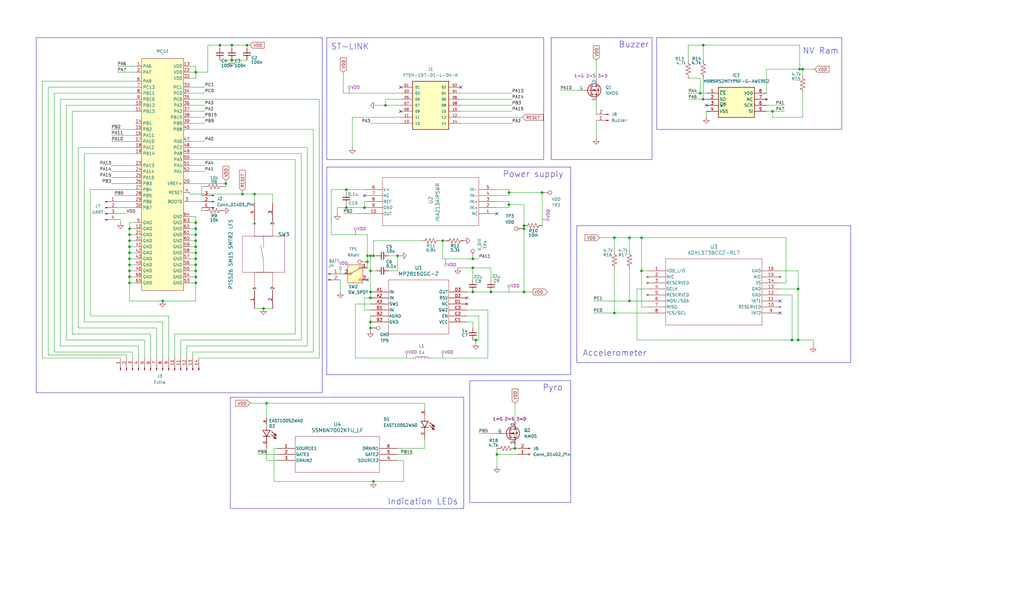
<source format=kicad_sch>
(kicad_sch (version 20250114) (generator "eeschema") (generator_version "9.0")
  (paper "User" 431.8 254)
  (title_block (title "Grenade") (rev "1") (company "Unnayan"))
  (rectangle (start 137.795 70.485) (end 240.665 158.115))
  (rectangle (start 243.205 95.25) (end 358.775 153.035))
  (rectangle (start 97.155 167.64) (end 195.58 214.63))
  (rectangle (start 276.86 15.875) (end 354.965 54.61))
  (rectangle (start 198.12 160.655) (end 240.665 212.09))
  (rectangle (start 232.41 15.875) (end 274.955 67.31))
  (rectangle (start 15.24 15.875) (end 135.89 165.735))
  (rectangle (start 137.795 15.875) (end 229.235 67.31))
  (text "Buzzer\n" (at 267.335 18.923 0) (effects (font (size 2.54 2.54))))
  (text "Power supply\n" (at 224.79 73.66 0) (effects (font (size 2.54 2.54))))
  (text "Accelerometer" (at 259.207 149.098 0) (effects (font (size 2.54 2.54))))
  (text "Pyro" (at 233.045 163.703 0) (effects (font (size 2.54 2.54))))
  (text "ST-LINK" (at 147.574 19.812 0) (effects (font (size 2.54 2.54))))
  (text "Indication LEDs" (at 178.308 211.836 0) (effects (font (size 2.54 2.54))))
  (text "NV Ram" (at 346.075 21.59 0) (effects (font (size 2.54 2.54))))
  (junction (at 111.125 130.175))
  (junction (at 162.56 44.45))
  (junction (at 199.39 109.22))
  (junction (at 153.67 87.63))
  (junction (at 259.08 132.08))
  (junction (at 68.58 127))
  (junction (at 336.55 143.51))
  (junction (at 82.55 96.52))
  (junction (at 270.51 114.3))
  (junction (at 337.185 29.21))
  (junction (at 228.6 81.28))
  (junction (at 334.01 143.51))
  (junction (at 217.17 189.23))
  (junction (at 146.05 87.63))
  (junction (at 325.755 46.99))
  (junction (at 207.01 123.19))
  (junction (at 156.21 123.19))
  (junction (at 82.55 106.68))
  (junction (at 156.21 135.89))
  (junction (at 296.545 19.05))
  (junction (at 54.61 111.76))
  (junction (at 54.61 119.38))
  (junction (at 82.55 101.6))
  (junction (at 200.66 143.51))
  (junction (at 92.71 19.05))
  (junction (at 156.21 125.73))
  (junction (at 102.235 81.915))
  (junction (at 199.39 113.03))
  (junction (at 296.545 41.91))
  (junction (at 82.55 109.22))
  (junction (at 156.21 107.95))
  (junction (at 167.64 107.95))
  (junction (at 157.48 203.2))
  (junction (at 209.55 191.77))
  (junction (at 82.55 99.06))
  (junction (at 54.61 114.3))
  (junction (at 338.455 29.21))
  (junction (at 95.25 77.47))
  (junction (at 220.98 95.25))
  (junction (at 97.79 19.05))
  (junction (at 54.61 96.52))
  (junction (at 156.21 138.43))
  (junction (at 186.69 101.6))
  (junction (at 336.55 121.92))
  (junction (at 154.94 107.95))
  (junction (at 54.61 116.84))
  (junction (at 54.61 101.6))
  (junction (at 220.98 123.19))
  (junction (at 156.21 114.3))
  (junction (at 54.61 109.22))
  (junction (at 154.94 110.49))
  (junction (at 107.315 81.915))
  (junction (at 97.79 25.4))
  (junction (at 82.55 30.48))
  (junction (at 199.39 123.19))
  (junction (at 54.61 99.06))
  (junction (at 104.14 19.05))
  (junction (at 82.55 93.98))
  (junction (at 265.43 127))
  (junction (at 82.55 114.3))
  (junction (at 259.08 100.33))
  (junction (at 82.55 111.76))
  (junction (at 157.48 107.95))
  (junction (at 270.51 100.33))
  (junction (at 220.98 96.52))
  (junction (at 265.43 100.33))
  (junction (at 295.275 39.37))
  (junction (at 82.55 104.14))
  (junction (at 214.63 86.36))
  (junction (at 82.55 116.84))
  (junction (at 146.05 80.01))
  (junction (at 82.55 119.38))
  (junction (at 54.61 106.68))
  (junction (at 54.61 104.14))
  (junction (at 214.63 81.28))
  (junction (at 112.395 170.18))
  (no_connect (at 328.93 132.08))
  (no_connect (at 168.91 46.99))
  (no_connect (at 153.67 82.55))
  (no_connect (at 168.91 36.83))
  (no_connect (at 328.93 127))
  (no_connect (at 194.31 36.83))
  (no_connect (at 297.815 44.45))
  (no_connect (at 154.94 118.11))
  (no_connect (at 196.85 125.73))
  (no_connect (at 209.55 90.17))
  (wire (pts (xy 54.61 109.22) (xy 54.61 111.76)))
  (wire (pts (xy 295.275 39.37) (xy 297.815 39.37)))
  (wire (pts (xy 82.55 99.06) (xy 82.55 101.6)))
  (wire (pts (xy 265.43 100.33) (xy 265.43 106.045)))
  (wire (pts (xy 209.55 82.55) (xy 214.63 82.55)))
  (wire (pts (xy 54.61 119.38) (xy 57.15 119.38)))
  (wire (pts (xy 297.815 46.99) (xy 297.815 49.53)))
  (wire (pts (xy 209.55 87.63) (xy 214.63 87.63)))
  (wire (pts (xy 146.05 80.01) (xy 146.05 81.28)))
  (wire (pts (xy 60.96 143.51) (xy 60.96 151.13)))
  (wire (pts (xy 82.55 111.76) (xy 82.55 114.3)))
  (wire (pts (xy 209.55 85.09) (xy 214.63 85.09)))
  (wire (pts (xy 82.55 119.38) (xy 82.55 127)))
  (wire (pts (xy 156.21 107.95) (xy 156.21 114.3)))
  (wire (pts (xy 46.99 77.47) (xy 57.15 77.47)))
  (wire (pts (xy 95.25 76.2) (xy 95.25 77.47)))
  (wire (pts (xy 251.46 25.4) (xy 251.46 33.02)))
  (wire (pts (xy 80.01 109.22) (xy 82.55 109.22)))
  (wire (pts (xy 194.31 46.99) (xy 215.9 46.99)))
  (wire (pts (xy 199.39 143.51) (xy 200.66 143.51)))
  (wire (pts (xy 194.31 39.37) (xy 215.9 39.37)))
  (wire (pts (xy 92.71 19.05) (xy 97.79 19.05)))
  (wire (pts (xy 270.51 114.3) (xy 270.51 100.33)))
  (wire (pts (xy 30.48 46.99) (xy 57.15 46.99)))
  (wire (pts (xy 124.46 67.31) (xy 124.46 140.97)))
  (wire (pts (xy 115.57 203.2) (xy 157.48 203.2)))
  (wire (pts (xy 53.34 149.86) (xy 53.34 151.13)))
  (wire (pts (xy 149.86 151.13) (xy 173.99 151.13)))
  (wire (pts (xy 265.43 113.665) (xy 265.43 127)))
  (wire (pts (xy 54.61 116.84) (xy 57.15 116.84)))
  (wire (pts (xy 48.26 82.55) (xy 57.15 82.55)))
  (wire (pts (xy 163.83 114.3) (xy 167.64 114.3)))
  (wire (pts (xy 82.55 33.02) (xy 82.55 30.48)))
  (wire (pts (xy 217.17 189.23) (xy 218.44 189.23)))
  (wire (pts (xy 114.935 81.915) (xy 114.935 85.725)))
  (wire (pts (xy 228.6 81.28) (xy 228.6 95.25)))
  (wire (pts (xy 49.53 85.09) (xy 57.15 85.09)))
  (wire (pts (xy 80.01 59.69) (xy 86.36 59.69)))
  (wire (pts (xy 217.17 170.18) (xy 217.17 177.8)))
  (wire (pts (xy 46.99 74.93) (xy 57.15 74.93)))
  (wire (pts (xy 214.63 85.09) (xy 214.63 86.36)))
  (wire (pts (xy 54.61 116.84) (xy 54.61 119.38)))
  (wire (pts (xy 57.15 93.98) (xy 54.61 93.98)))
  (wire (pts (xy 82.55 109.22) (xy 82.55 111.76)))
  (wire (pts (xy 93.98 78.74) (xy 95.25 78.74)))
  (wire (pts (xy 328.93 121.92) (xy 336.55 121.92)))
  (wire (pts (xy 193.04 113.03) (xy 199.39 113.03)))
  (wire (pts (xy 46.99 59.69) (xy 57.15 59.69)))
  (wire (pts (xy 207.01 118.11) (xy 207.01 113.03)))
  (wire (pts (xy 54.61 96.52) (xy 57.15 96.52)))
  (wire (pts (xy 162.56 44.45) (xy 162.56 41.91)))
  (wire (pts (xy 167.64 189.23) (xy 179.07 189.23)))
  (wire (pts (xy 17.78 151.13) (xy 50.8 151.13)))
  (wire (pts (xy 68.58 127) (xy 82.55 127)))
  (wire (pts (xy 158.75 44.45) (xy 162.56 44.45)))
  (wire (pts (xy 209.55 80.01) (xy 214.63 80.01)))
  (wire (pts (xy 342.9 143.51) (xy 342.9 146.05)))
  (wire (pts (xy 112.395 170.18) (xy 112.395 176.53)))
  (wire (pts (xy 146.05 80.01) (xy 153.67 80.01)))
  (wire (pts (xy 323.215 39.37) (xy 323.215 29.21)))
  (wire (pts (xy 331.47 100.33) (xy 331.47 119.38)))
  (wire (pts (xy 46.99 57.15) (xy 57.15 57.15)))
  (wire (pts (xy 80.01 111.76) (xy 82.55 111.76)))
  (wire (pts (xy 194.31 49.53) (xy 220.345 49.53)))
  (wire (pts (xy 290.195 19.05) (xy 290.195 25.4)))
  (wire (pts (xy 127 143.51) (xy 76.2 143.51)))
  (wire (pts (xy 50.8 92.71) (xy 50.8 93.98)))
  (wire (pts (xy 144.78 30.48) (xy 144.78 39.37)))
  (wire (pts (xy 196.85 133.35) (xy 201.93 133.35)))
  (wire (pts (xy 17.78 34.29) (xy 17.78 151.13)))
  (wire (pts (xy 78.74 146.05) (xy 78.74 151.13)))
  (wire (pts (xy 201.93 133.35) (xy 201.93 143.51)))
  (wire (pts (xy 209.55 191.77) (xy 218.44 191.77)))
  (wire (pts (xy 87.63 19.05) (xy 87.63 30.48)))
  (wire (pts (xy 290.195 39.37) (xy 295.275 39.37)))
  (wire (pts (xy 338.455 39.37) (xy 338.455 49.53)))
  (wire (pts (xy 82.55 93.98) (xy 82.55 96.52)))
  (wire (pts (xy 25.4 41.91) (xy 57.15 41.91)))
  (wire (pts (xy 156.21 52.07) (xy 168.91 52.07)))
  (wire (pts (xy 108.585 191.77) (xy 116.84 191.77)))
  (wire (pts (xy 156.21 135.89) (xy 156.21 138.43)))
  (wire (pts (xy 80.01 114.3) (xy 82.55 114.3)))
  (wire (pts (xy 270.51 129.54) (xy 273.05 129.54)))
  (wire (pts (xy 92.71 19.05) (xy 92.71 20.32)))
  (wire (pts (xy 336.55 143.51) (xy 342.9 143.51)))
  (wire (pts (xy 49.53 90.17) (xy 53.34 90.17)))
  (wire (pts (xy 144.78 90.17) (xy 153.67 90.17)))
  (wire (pts (xy 154.94 107.95) (xy 154.94 110.49)))
  (wire (pts (xy 80.01 54.61) (xy 132.08 54.61)))
  (wire (pts (xy 87.63 30.48) (xy 82.55 30.48)))
  (wire (pts (xy 186.69 101.6) (xy 186.69 109.22)))
  (wire (pts (xy 112.395 194.31) (xy 116.84 194.31)))
  (wire (pts (xy 85.09 82.55) (xy 85.09 78.74)))
  (wire (pts (xy 228.6 81.28) (xy 214.63 81.28)))
  (wire (pts (xy 73.66 140.97) (xy 73.66 151.13)))
  (wire (pts (xy 194.31 52.07) (xy 215.9 52.07)))
  (wire (pts (xy 92.71 25.4) (xy 97.79 25.4)))
  (wire (pts (xy 144.78 39.37) (xy 168.91 39.37)))
  (wire (pts (xy 156.21 107.95) (xy 157.48 107.95)))
  (wire (pts (xy 251.46 50.8) (xy 251.46 58.42)))
  (wire (pts (xy 80.01 91.44) (xy 82.55 91.44)))
  (wire (pts (xy 54.61 111.76) (xy 54.61 114.3)))
  (wire (pts (xy 54.61 104.14) (xy 57.15 104.14)))
  (wire (pts (xy 54.61 127) (xy 68.58 127)))
  (wire (pts (xy 154.94 110.49) (xy 154.94 113.03)))
  (wire (pts (xy 334.01 124.46) (xy 334.01 143.51)))
  (wire (pts (xy 112.395 170.18) (xy 179.07 170.18)))
  (wire (pts (xy 80.01 119.38) (xy 82.55 119.38)))
  (wire (pts (xy 209.55 189.23) (xy 209.55 191.77)))
  (wire (pts (xy 236.22 38.1) (xy 243.84 38.1)))
  (wire (pts (xy 334.01 143.51) (xy 336.55 143.51)))
  (wire (pts (xy 54.61 109.22) (xy 57.15 109.22)))
  (wire (pts (xy 80.01 44.45) (xy 86.36 44.45)))
  (wire (pts (xy 336.55 114.3) (xy 336.55 121.92)))
  (wire (pts (xy 49.53 87.63) (xy 57.15 87.63)))
  (wire (pts (xy 107.315 81.915) (xy 107.315 85.725)))
  (wire (pts (xy 186.69 109.22) (xy 199.39 109.22)))
  (wire (pts (xy 209.55 191.77) (xy 209.55 196.85)))
  (wire (pts (xy 139.7 80.01) (xy 146.05 80.01)))
  (wire (pts (xy 38.1 80.01) (xy 38.1 133.35)))
  (wire (pts (xy 57.15 64.77) (xy 35.56 64.77)))
  (wire (pts (xy 259.08 100.33) (xy 265.43 100.33)))
  (wire (pts (xy 81.28 148.59) (xy 81.28 151.13)))
  (wire (pts (xy 46.99 72.39) (xy 57.15 72.39)))
  (wire (pts (xy 296.545 19.05) (xy 290.195 19.05)))
  (wire (pts (xy 200.66 143.51) (xy 200.66 144.78)))
  (wire (pts (xy 54.61 99.06) (xy 57.15 99.06)))
  (wire (pts (xy 111.125 130.175) (xy 114.935 130.175)))
  (wire (pts (xy 146.05 86.36) (xy 146.05 87.63)))
  (wire (pts (xy 153.67 125.73) (xy 156.21 125.73)))
  (wire (pts (xy 49.53 92.71) (xy 50.8 92.71)))
  (wire (pts (xy 80.01 72.39) (xy 86.36 72.39)))
  (wire (pts (xy 199.39 113.03) (xy 199.39 118.11)))
  (wire (pts (xy 85.09 78.74) (xy 86.36 78.74)))
  (wire (pts (xy 331.47 119.38) (xy 328.93 119.38)))
  (wire (pts (xy 80.01 93.98) (xy 82.55 93.98)))
  (wire (pts (xy 54.61 114.3) (xy 57.15 114.3)))
  (wire (pts (xy 82.55 30.48) (xy 80.01 30.48)))
  (wire (pts (xy 55.88 148.59) (xy 22.86 148.59)))
  (wire (pts (xy 185.42 101.6) (xy 186.69 101.6)))
  (wire (pts (xy 85.09 87.63) (xy 85.09 88.9)))
  (wire (pts (xy 273.05 132.08) (xy 259.08 132.08)))
  (wire (pts (xy 82.55 27.94) (xy 82.55 30.48)))
  (wire (pts (xy 252.73 100.33) (xy 259.08 100.33)))
  (wire (pts (xy 129.54 146.05) (xy 78.74 146.05)))
  (wire (pts (xy 80.01 96.52) (xy 82.55 96.52)))
  (wire (pts (xy 157.48 101.6) (xy 177.8 101.6)))
  (wire (pts (xy 80.01 77.47) (xy 95.25 77.47)))
  (wire (pts (xy 338.455 29.21) (xy 343.535 29.21)))
  (wire (pts (xy 49.53 30.48) (xy 57.15 30.48)))
  (wire (pts (xy 143.51 115.57) (xy 144.78 115.57)))
  (wire (pts (xy 156.21 123.19) (xy 156.21 125.73)))
  (wire (pts (xy 167.64 191.77) (xy 173.99 191.77)))
  (wire (pts (xy 127 64.77) (xy 127 143.51)))
  (wire (pts (xy 115.57 189.23) (xy 115.57 203.2)))
  (wire (pts (xy 296.545 41.91) (xy 297.815 41.91)))
  (wire (pts (xy 337.185 19.05) (xy 296.545 19.05)))
  (wire (pts (xy 148.59 49.53) (xy 148.59 62.23)))
  (wire (pts (xy 54.61 119.38) (xy 54.61 127)))
  (wire (pts (xy 200.66 143.51) (xy 201.93 143.51)))
  (wire (pts (xy 220.98 123.19) (xy 224.79 123.19)))
  (wire (pts (xy 268.605 143.51) (xy 334.01 143.51)))
  (wire (pts (xy 116.84 189.23) (xy 115.57 189.23)))
  (wire (pts (xy 337.185 29.21) (xy 337.185 19.05)))
  (wire (pts (xy 295.275 33.02) (xy 295.275 39.37)))
  (wire (pts (xy 104.14 19.05) (xy 104.14 20.32)))
  (wire (pts (xy 250.19 132.08) (xy 259.08 132.08)))
  (wire (pts (xy 33.02 62.23) (xy 33.02 138.43)))
  (wire (pts (xy 214.63 86.36) (xy 220.98 86.36)))
  (wire (pts (xy 20.32 36.83) (xy 20.32 149.86)))
  (wire (pts (xy 146.05 87.63) (xy 153.67 87.63)))
  (wire (pts (xy 38.1 133.35) (xy 71.12 133.35)))
  (wire (pts (xy 199.39 113.03) (xy 207.01 113.03)))
  (wire (pts (xy 80.01 27.94) (xy 82.55 27.94)))
  (wire (pts (xy 57.15 80.01) (xy 38.1 80.01)))
  (wire (pts (xy 54.61 99.06) (xy 54.61 101.6)))
  (wire (pts (xy 325.755 49.53) (xy 325.755 46.99)))
  (wire (pts (xy 63.5 140.97) (xy 63.5 151.13)))
  (wire (pts (xy 142.24 87.63) (xy 146.05 87.63)))
  (wire (pts (xy 338.455 29.21) (xy 338.455 31.75)))
  (wire (pts (xy 194.31 41.91) (xy 215.9 41.91)))
  (wire (pts (xy 80.01 99.06) (xy 82.55 99.06)))
  (wire (pts (xy 49.53 27.94) (xy 57.15 27.94)))
  (wire (pts (xy 54.61 96.52) (xy 54.61 99.06)))
  (wire (pts (xy 80.01 52.07) (xy 86.36 52.07)))
  (wire (pts (xy 80.01 46.99) (xy 86.36 46.99)))
  (wire (pts (xy 207.01 123.19) (xy 220.98 123.19)))
  (wire (pts (xy 27.94 44.45) (xy 57.15 44.45)))
  (wire (pts (xy 201.93 182.88) (xy 209.55 182.88)))
  (wire (pts (xy 153.67 85.09) (xy 153.67 87.63)))
  (wire (pts (xy 102.235 80.645) (xy 102.235 81.915)))
  (wire (pts (xy 80.01 116.84) (xy 82.55 116.84)))
  (wire (pts (xy 214.63 86.36) (xy 214.63 87.63)))
  (wire (pts (xy 168.91 44.45) (xy 162.56 44.45)))
  (wire (pts (xy 270.51 114.3) (xy 270.51 129.54)))
  (wire (pts (xy 181.61 151.13) (xy 205.74 151.13)))
  (wire (pts (xy 54.61 114.3) (xy 54.61 116.84)))
  (wire (pts (xy 54.61 93.98) (xy 54.61 96.52)))
  (wire (pts (xy 156.21 130.81) (xy 153.67 130.81)))
  (wire (pts (xy 170.18 194.31) (xy 167.64 194.31)))
  (wire (pts (xy 214.63 81.28) (xy 214.63 82.55)))
  (wire (pts (xy 76.2 143.51) (xy 76.2 151.13)))
  (wire (pts (xy 107.315 81.915) (xy 114.935 81.915)))
  (wire (pts (xy 179.07 185.42) (xy 179.07 189.23)))
  (wire (pts (xy 337.185 29.21) (xy 338.455 29.21)))
  (wire (pts (xy 205.74 151.13) (xy 205.74 130.81)))
  (wire (pts (xy 217.17 187.96) (xy 217.17 189.23)))
  (wire (pts (xy 54.61 104.14) (xy 54.61 106.68)))
  (wire (pts (xy 104.14 19.05) (xy 105.41 19.05)))
  (wire (pts (xy 80.01 85.09) (xy 85.09 85.09)))
  (wire (pts (xy 54.61 101.6) (xy 57.15 101.6)))
  (wire (pts (xy 54.61 111.76) (xy 57.15 111.76)))
  (wire (pts (xy 27.94 143.51) (xy 60.96 143.51)))
  (wire (pts (xy 139.7 99.06) (xy 154.94 99.06)))
  (wire (pts (xy 46.99 54.61) (xy 57.15 54.61)))
  (wire (pts (xy 194.31 44.45) (xy 215.9 44.45)))
  (wire (pts (xy 196.85 123.19) (xy 199.39 123.19)))
  (wire (pts (xy 250.19 127) (xy 265.43 127)))
  (wire (pts (xy 199.39 123.19) (xy 207.01 123.19)))
  (wire (pts (xy 167.64 114.3) (xy 167.64 107.95)))
  (wire (pts (xy 134.62 151.13) (xy 83.82 151.13)))
  (wire (pts (xy 290.195 33.02) (xy 295.275 33.02)))
  (wire (pts (xy 149.86 128.27) (xy 149.86 151.13)))
  (wire (pts (xy 149.86 128.27) (xy 156.21 128.27)))
  (wire (pts (xy 323.215 29.21) (xy 337.185 29.21)))
  (wire (pts (xy 87.63 19.05) (xy 92.71 19.05)))
  (wire (pts (xy 124.46 140.97) (xy 73.66 140.97)))
  (wire (pts (xy 30.48 46.99) (xy 30.48 140.97)))
  (wire (pts (xy 54.61 106.68) (xy 54.61 109.22)))
  (wire (pts (xy 80.01 62.23) (xy 129.54 62.23)))
  (wire (pts (xy 80.01 36.83) (xy 86.36 36.83)))
  (wire (pts (xy 162.56 41.91) (xy 168.91 41.91)))
  (wire (pts (xy 54.61 101.6) (xy 54.61 104.14)))
  (wire (pts (xy 156.21 135.89) (xy 156.21 133.35)))
  (wire (pts (xy 132.08 54.61) (xy 132.08 148.59)))
  (wire (pts (xy 270.51 100.33) (xy 331.47 100.33)))
  (wire (pts (xy 71.12 133.35) (xy 71.12 151.13)))
  (wire (pts (xy 80.01 101.6) (xy 82.55 101.6)))
  (wire (pts (xy 156.21 138.43) (xy 156.21 139.7)))
  (wire (pts (xy 186.69 101.6) (xy 187.96 101.6)))
  (wire (pts (xy 142.24 87.63) (xy 142.24 90.17)))
  (wire (pts (xy 22.86 39.37) (xy 57.15 39.37)))
  (wire (pts (xy 80.01 81.915) (xy 102.235 81.915)))
  (wire (pts (xy 296.545 19.05) (xy 296.545 25.4)))
  (wire (pts (xy 273.05 127) (xy 265.43 127)))
  (wire (pts (xy 82.55 104.14) (xy 82.55 106.68)))
  (wire (pts (xy 54.61 106.68) (xy 57.15 106.68)))
  (wire (pts (xy 139.7 80.01) (xy 139.7 99.06)))
  (wire (pts (xy 17.78 34.29) (xy 57.15 34.29)))
  (wire (pts (xy 20.32 149.86) (xy 53.34 149.86)))
  (wire (pts (xy 82.55 114.3) (xy 82.55 116.84)))
  (wire (pts (xy 134.62 41.91) (xy 134.62 151.13)))
  (wire (pts (xy 97.79 19.05) (xy 97.79 20.32)))
  (wire (pts (xy 157.48 107.95) (xy 157.48 101.6)))
  (wire (pts (xy 82.55 91.44) (xy 82.55 93.98)))
  (wire (pts (xy 220.98 123.19) (xy 220.98 96.52)))
  (wire (pts (xy 179.07 170.18) (xy 179.07 172.72)))
  (wire (pts (xy 95.25 77.47) (xy 95.25 78.74)))
  (wire (pts (xy 80.01 41.91) (xy 134.62 41.91)))
  (wire (pts (xy 163.83 107.95) (xy 167.64 107.95)))
  (wire (pts (xy 25.4 41.91) (xy 25.4 146.05)))
  (wire (pts (xy 268.605 121.92) (xy 268.605 143.51)))
  (wire (pts (xy 196.85 135.89) (xy 199.39 135.89)))
  (wire (pts (xy 323.215 46.99) (xy 325.755 46.99)))
  (wire (pts (xy 107.315 130.175) (xy 111.125 130.175)))
  (wire (pts (xy 80.01 33.02) (xy 82.55 33.02)))
  (wire (pts (xy 325.755 46.99) (xy 330.835 46.99)))
  (wire (pts (xy 323.215 44.45) (xy 330.835 44.45)))
  (wire (pts (xy 80.01 69.85) (xy 86.36 69.85)))
  (wire (pts (xy 80.01 81.915) (xy 80.01 81.28)))
  (wire (pts (xy 80.01 64.77) (xy 127 64.77)))
  (wire (pts (xy 82.55 96.52) (xy 82.55 99.06)))
  (wire (pts (xy 156.21 114.3) (xy 156.21 123.19)))
  (wire (pts (xy 97.79 25.4) (xy 104.14 25.4)))
  (wire (pts (xy 251.46 43.18) (xy 251.46 48.26)))
  (wire (pts (xy 156.21 114.3) (xy 158.75 114.3)))
  (wire (pts (xy 199.39 135.89) (xy 199.39 138.43)))
  (wire (pts (xy 57.15 62.23) (xy 33.02 62.23)))
  (wire (pts (xy 55.88 151.13) (xy 55.88 148.59)))
  (wire (pts (xy 82.55 106.68) (xy 82.55 109.22)))
  (wire (pts (xy 35.56 135.89) (xy 68.58 135.89)))
  (wire (pts (xy 273.05 121.92) (xy 268.605 121.92)))
  (wire (pts (xy 80.01 67.31) (xy 124.46 67.31)))
  (wire (pts (xy 80.01 104.14) (xy 82.55 104.14)))
  (wire (pts (xy 22.86 148.59) (xy 22.86 39.37)))
  (wire (pts (xy 259.08 100.33) (xy 259.08 106.045)))
  (wire (pts (xy 265.43 100.33) (xy 270.51 100.33)))
  (wire (pts (xy 214.63 80.01) (xy 214.63 81.28)))
  (wire (pts (xy 20.32 36.83) (xy 57.15 36.83)))
  (wire (pts (xy 220.98 96.52) (xy 220.98 95.25)))
  (wire (pts (xy 129.54 62.23) (xy 129.54 146.05)))
  (wire (pts (xy 102.235 81.915) (xy 107.315 81.915)))
  (wire (pts (xy 273.05 114.3) (xy 270.51 114.3)))
  (wire (pts (xy 66.04 138.43) (xy 66.04 151.13)))
  (wire (pts (xy 112.395 189.23) (xy 112.395 194.31)))
  (wire (pts (xy 170.18 203.2) (xy 170.18 194.31)))
  (wire (pts (xy 97.79 19.05) (xy 104.14 19.05)))
  (wire (pts (xy 154.94 107.95) (xy 156.21 107.95)))
  (wire (pts (xy 30.48 140.97) (xy 63.5 140.97)))
  (wire (pts (xy 80.01 39.37) (xy 86.36 39.37)))
  (wire (pts (xy 82.55 101.6) (xy 82.55 104.14)))
  (wire (pts (xy 338.455 49.53) (xy 325.755 49.53)))
  (wire (pts (xy 154.94 99.06) (xy 154.94 107.95)))
  (wire (pts (xy 80.01 106.68) (xy 82.55 106.68)))
  (wire (pts (xy 290.195 41.91) (xy 296.545 41.91)))
  (wire (pts (xy 328.93 114.3) (xy 336.55 114.3)))
  (wire (pts (xy 82.55 116.84) (xy 82.55 119.38)))
  (wire (pts (xy 220.98 86.36) (xy 220.98 95.25)))
  (wire (pts (xy 196.85 130.81) (xy 205.74 130.81)))
  (wire (pts (xy 328.93 124.46) (xy 334.01 124.46)))
  (wire (pts (xy 27.94 44.45) (xy 27.94 143.51)))
  (wire (pts (xy 46.99 69.85) (xy 57.15 69.85)))
  (wire (pts (xy 143.51 118.11) (xy 143.51 123.19)))
  (wire (pts (xy 25.4 146.05) (xy 58.42 146.05)))
  (wire (pts (xy 296.545 33.02) (xy 296.545 41.91)))
  (wire (pts (xy 259.08 113.665) (xy 259.08 132.08)))
  (wire (pts (xy 85.09 88.9) (xy 86.36 88.9)))
  (wire (pts (xy 199.39 109.22) (xy 201.93 109.22)))
  (wire (pts (xy 68.58 135.89) (xy 68.58 151.13)))
  (wire (pts (xy 153.67 130.81) (xy 153.67 125.73)))
  (wire (pts (xy 157.48 107.95) (xy 158.75 107.95)))
  (wire (pts (xy 132.08 148.59) (xy 81.28 148.59)))
  (wire (pts (xy 35.56 64.77) (xy 35.56 135.89)))
  (wire (pts (xy 105.41 170.18) (xy 112.395 170.18)))
  (wire (pts (xy 167.64 107.95) (xy 168.91 107.95)))
  (wire (pts (xy 336.55 121.92) (xy 336.55 143.51)))
  (wire (pts (xy 33.02 138.43) (xy 66.04 138.43)))
  (wire (pts (xy 80.01 49.53) (xy 86.36 49.53)))
  (wire (pts (xy 157.48 203.2) (xy 170.18 203.2)))
  (wire (pts (xy 168.91 49.53) (xy 148.59 49.53)))
  (wire (pts (xy 58.42 146.05) (xy 58.42 151.13)))
  (label "PA11" (at 201.93 109.22 0))
  (label "PA3" (at 86.36 44.45 0))
  (label "PC1" (at 86.36 36.83 0))
  (label "PB3" (at 46.99 77.47 180))
  (label "PA2" (at 86.36 46.99 0))
  (label "PB15" (at 86.36 49.53 0))
  (label "PA7" (at 49.53 30.48 0))
  (label "PA4" (at 86.36 69.85 0))
  (label "PA2" (at 215.9 52.07 0))
  (label "PA1" (at 86.36 72.39 0))
  (label "PA14" (at 46.99 72.39 180))
  (label "PB5" (at 48.26 82.55 0))
  (label "PB9" (at 86.36 52.07 0))
  (label "PA15" (at 215.9 46.99 0))
  (label "PA10" (at 236.22 38.1 0))
  (label "PA13" (at 215.9 39.37 0))
  (label "PA6" (at 290.195 41.91 0))
  (label "PA14" (at 215.9 41.91 0))
  (label "PA7" (at 330.835 46.99 180))
  (label "PC0" (at 250.19 132.08 0))
  (label "VDD" (at 53.34 90.17 0))
  (label "PC0" (at 86.36 39.37 0))
  (label "PA3" (at 156.21 52.07 180))
  (label "PA15" (at 46.99 74.93 180))
  (label "PB5" (at 201.93 182.88 0))
  (label "PB9" (at 108.585 191.77 0))
  (label "PA6" (at 49.53 27.94 0))
  (label "PA13" (at 46.99 69.85 180))
  (label "PA0" (at 86.36 59.69 0))
  (label "PB2" (at 144.78 90.17 0))
  (label "PA4" (at 290.195 39.37 0))
  (label "PA10" (at 46.99 59.69 0))
  (label "PB2" (at 46.99 54.61 0))
  (label "PB3" (at 215.9 44.45 0))
  (label "PA11" (at 46.99 57.15 0))
  (label "PC1" (at 250.19 127 0))
  (label "PB15" (at 168.91 191.77 0))
  (label "PA1" (at 330.835 44.45 180))
  (global_label "VDD" (shape input) (at 252.73 100.33 180) (property "Intersheetrefs" "${INTERSHEET_REFS}" (effects (hide yes))))
  (global_label "VDD" (shape input) (at 144.78 30.48 90) (property "Intersheetrefs" "${INTERSHEET_REFS}" (effects (hide yes))))
  (global_label "VDD" (shape input) (at 105.41 19.05 0) (property "Intersheetrefs" "${INTERSHEET_REFS}" (effects (hide yes))))
  (global_label "VDD" (shape output) (at 224.79 123.19 0) (property "Intersheetrefs" "${INTERSHEET_REFS}" (effects (hide yes))))
  (global_label "VDD" (shape input) (at 343.535 29.21 0) (property "Intersheetrefs" "${INTERSHEET_REFS}" (effects (hide yes))))
  (global_label "RESET'" (shape input) (at 220.345 49.53 0) (property "Intersheetrefs" "${INTERSHEET_REFS}" (effects (hide yes))))
  (global_label "RESET'" (shape input) (at 102.235 80.645 90) (property "Intersheetrefs" "${INTERSHEET_REFS}" (effects (hide yes))))
  (global_label "VDD" (shape input) (at 105.41 170.18 180) (property "Intersheetrefs" "${INTERSHEET_REFS}" (effects (hide yes))))
  (global_label "VDD" (shape input) (at 251.46 25.4 90) (property "Intersheetrefs" "${INTERSHEET_REFS}" (effects (hide yes))))
  (global_label "VDD" (shape input) (at 217.17 170.18 90) (property "Intersheetrefs" "${INTERSHEET_REFS}" (effects (hide yes))))
  (global_label "VDD" (shape input) (at 95.25 76.2 90) (property "Intersheetrefs" "${INTERSHEET_REFS}" (effects (hide yes))))
  (netclass_flag "" (length 2.54) (shape round) (at 228.6 92.71 270) (property "Netclass" "VDD" (at 231.14 92.0115 90) (effects (justify left))))
  (netclass_flag "" (length 2.54) (shape round) (at 186.69 151.13 0) (property "Netclass" "VDD" (at 187.3885 148.59 0) (effects (justify left))))
  (netclass_flag "" (length 2.54) (shape round) (at 214.63 123.19 0) (property "Netclass" "VDD" (at 215.3285 120.65 0) (effects (justify left))))
  (netclass_flag "" (length 2.54) (shape round) (at 171.45 151.13 0) (property "Netclass" "VDD" (at 172.1485 148.59 0) (effects (justify left))))
  (netclass_flag "" (length 2.54) (shape round) (at 143.51 115.57 0) (property "Netclass" "VDD" (at 142.9385 111.125 0) (effects (justify left))))
  (netclass_flag "" (length 2.54) (shape round) (at 147.32 39.37 0) (property "Netclass" "VDD" (at 148.0185 36.83 0) (effects (justify left))))
  (netclass_flag "" (length 2.54) (shape round) (at 149.86 99.06 0) (property "Netclass" "VDD" (at 150.5585 96.52 0) (effects (justify left))))
  (netclass_flag "" (length 2.54) (shape round) (at 187.96 109.22 180) (property "Netclass" "VDD" (at 188.6585 111.76 0) (effects (justify left))))
  (symbol (lib_id "Grenade:INA213AIRSWR") (at 209.55 90.17 180) (unit 1)
    (property "Reference" "U2" (at 181.6101 82.804 90) (effects (font (size 1.524 1.524)) (justify left)))
    (property "Value" "INA213AIRSWR" (at 184.5311 77.089 90) (effects (font (size 1.524 1.524)) (justify left)))
    (property "Footprint" "footprints:INA213" (effects (hide yes)))
    (property "Datasheet" "https://www.ti.com/lit/gpn/ina213" (effects (hide yes)))
  )
  (symbol (lib_id "Connector:Conn_01x03_Pin") (at 90.17 85.09 180) (unit 1)
    (property "Reference" "J2" (at 91.44 83.8199 0) (effects (justify right)))
    (property "Value" "Conn_01x03_Pin" (at 91.44 86.3599 0) (effects (justify right)))
    (property "Footprint" "Connector_PinHeader_1.27mm:PinHeader_1x03_P1.27mm_Vertical" (effects (hide yes)))
    (property "Description" "Generic connector, single row, 01x03, script generated" (effects (hide yes)))
  )
  (symbol (lib_id "Grenade:MB85RS2MTYPNF-G-AWERE2") (at 297.815 39.37 0) (unit 1)
    (property "Reference" "IC1" (at 310.515 31.75 0))
    (property "Value" "MB85RS2MTYPNF-G-AWERE2" (at 310.515 34.29 0))
    (property "Footprint" "footprints:SOIC127P600X175-8N" (effects (hide yes)))
    (property "Description" "F-RAM 2Mbit FRAM, SPI, 1.8 3.6V - SOP8 T&R (125?)" (effects (hide yes)))
    (property "Height" "1.75" (effects (hide yes)))
    (property "Mouser Part Number" "N/A" (effects (hide yes)))
    (property "Mouser Price/Stock" "https://www.mouser.co.uk/ProductDetail/Fujitsu/MB85RS2MTYPNF-G-AWERE2?qs=e8oIoAS2J1SkzwyV8fcr%252BA%3D%3D" (effects (hide yes)))
    (property "Manufacturer_Name" "Ramxeed" (effects (hide yes)))
    (property "Manufacturer_Part_Number" "MB85RS2MTYPNF-G-AWERE2" (effects (hide yes)))
  )
  (symbol (lib_id "power:GND") (at 195.58 101.6 90) (unit 1)
    (property "Reference" "#PWR015" (effects (hide yes)))
    (property "Value" "GND" (effects (hide yes)))
    (property "Description" "Power symbol creates a global label with name \"GND\" , ground" (effects (hide yes)))
  )
  (symbol (lib_id "power:GND") (at 209.55 196.85 0) (unit 1)
    (property "Reference" "#PWR018" (effects (hide yes)))
    (property "Value" "GND" (effects (hide yes)))
    (property "Description" "Power symbol creates a global label with name \"GND\" , ground" (effects (hide yes)))
  )
  (symbol (lib_id "Connector:Conn_01x02_Pin") (at 138.43 115.57 0) (unit 1)
    (property "Reference" "J4" (at 139.7 112.014 0))
    (property "Value" "BATT" (at 140.843 110.236 0))
    (property "Footprint" "Connector_JST:JST_SH_BM02B-SRSS-TB_1x02-1MP_P1.00mm_Vertical" (effects (hide yes)))
    (property "Description" "Generic connector, single row, 01x02, script generated" (effects (hide yes)))
  )
  (symbol (lib_id "Device:C_Small") (at 104.14 22.86 180) (unit 1)
    (property "Reference" "C2" (at 105.918 24.3775 0) (effects (justify right)))
    (property "Value" "100n" (at 105.791 26.2825 0) (effects (justify right)))
    (property "Footprint" "Capacitor_SMD:C_0201_0603Metric" (effects (hide yes)))
    (property "Description" "Unpolarized capacitor, small symbol" (effects (hide yes)))
  )
  (symbol (lib_id "Device:C_Small") (at 146.05 83.82 0) (unit 1)
    (property "Reference" "C10" (at 148.971 85.7313 0))
    (property "Value" "0.1u" (at 148.844 81.9213 0))
    (property "Footprint" "Capacitor_SMD:C_0201_0603Metric" (effects (hide yes)))
    (property "Description" "Unpolarized capacitor, small symbol" (effects (hide yes)))
  )
  (symbol (lib_id "Simulation_SPICE:NMOS") (at 248.92 38.1 0) (unit 1)
    (property "Reference" "Q1" (at 255.27 36.8299 0) (effects (justify left)))
    (property "Value" "NMOS" (at 255.27 39.3699 0) (effects (justify left)))
    (property "Footprint" "Package_TO_SOT_SMD:SOT-23" (effects (hide yes)))
    (property "Datasheet" "https://ngspice.sourceforge.io/docs/ngspice-html-manual/manual.xhtml#cha_MOSFETs" (effects (hide yes)))
    (property "Description" "N-MOSFET transistor, drain/source/gate" (effects (hide yes)))
    (property "Sim.Device" "NMOS" (effects (hide yes)))
    (property "Sim.Type" "VDMOS" (effects (hide yes)))
    (property "Sim.Pins" "1=G 2=S 3=D" (at 249.174 32.004 0))
  )
  (symbol (lib_id "Grenade:FTSH-107-01-L-DV-K") (at 181.61 44.45 0) (unit 1)
    (property "Reference" "J1" (at 181.61 29.21 0))
    (property "Value" "FTSH-107-01-L-DV-K" (at 181.61 31.75 0))
    (property "Footprint" "footprints:SAMTEC_FTSH-107-01-L-DV-K" (effects (hide yes)))
    (property "PARTREV" "R" (effects (hide yes)))
    (property "MANUFACTURER" "Samtec" (effects (hide yes)))
    (property "STANDARD" "Manufacturer Recommendations" (effects (hide yes)))
  )
  (symbol (lib_id "power:GND") (at 143.51 123.19 0) (unit 1)
    (property "Reference" "#PWR09" (effects (hide yes)))
    (property "Value" "GND" (effects (hide yes)))
    (property "Description" "Power symbol creates a global label with name \"GND\" , ground" (effects (hide yes)))
  )
  (symbol (lib_id "Device:R_US") (at 265.43 109.855 180) (unit 1)
    (property "Reference" "R17" (at 262.636 107.569 0))
    (property "Value" "4.7k" (at 262.763 105.664 0))
    (property "Footprint" "Resistor_SMD:R_0201_0603Metric" (effects (hide yes)))
    (property "Description" "Resistor, US symbol" (effects (hide yes)))
  )
  (symbol (lib_id "Device:R_US") (at 290.195 29.21 180) (unit 1)
    (property "Reference" "R13" (at 286.5755 24.8285 0))
    (property "Value" "4.7k" (at 287.2105 26.6065 0))
    (property "Footprint" "Resistor_SMD:R_0201_0603Metric" (effects (hide yes)))
    (property "Description" "Resistor, US symbol" (effects (hide yes)))
  )
  (symbol (lib_id "Connector:Conn_01x02_Pin") (at 256.54 50.8 180) (unit 1)
    (property "Reference" "J8" (at 257.81 48.2599 0) (effects (justify right)))
    (property "Value" "Buzzer" (at 257.81 50.7999 0) (effects (justify right)))
    (property "Footprint" "Connector_PinHeader_1.27mm:PinHeader_1x02_P1.27mm_Vertical" (effects (hide yes)))
    (property "Description" "Generic connector, single row, 01x02, script generated" (effects (hide yes)))
  )
  (symbol (lib_id "power:GND") (at 157.48 203.2 0) (unit 1)
    (property "Reference" "#PWR019" (effects (hide yes)))
    (property "Value" "GND" (effects (hide yes)))
    (property "Description" "Power symbol creates a global label with name \"GND\" , ground" (effects (hide yes)))
  )
  (symbol (lib_id "Grenade:ADXL373BCCZ-RL7") (at 273.05 114.3 0) (unit 1)
    (property "Reference" "U3" (at 300.99 104.14 0) (effects (font (size 1.524 1.524))))
    (property "Value" "ADXL373BCCZ-RL7" (at 300.99 106.68 0) (effects (font (size 1.524 1.524))))
    (property "Footprint" "footprints:ADXL373" (effects (hide yes)))
    (property "Datasheet" "https://www.analog.com/media/en/technical-documentation/data-sheets/adxl373.pdf" (effects (hide yes)))
  )
  (symbol (lib_id "Connector:Conn_01x14_Pin") (at 66.04 156.21 90) (unit 1)
    (property "Reference" "J3" (at 67.31 158.75 90))
    (property "Value" "Extra" (at 67.31 161.29 90))
    (property "Footprint" "Connector_PinHeader_1.27mm:PinHeader_2x07_P1.27mm_Vertical_SMD" (effects (hide yes)))
    (property "Description" "Generic connector, single row, 01x14, script generated" (effects (hide yes)))
  )
  (symbol (lib_id "Switch:SW_SPDT") (at 149.86 115.57 0) (unit 1)
    (property "Reference" "SW2" (at 146.8755 120.9674 0) (effects (justify left)))
    (property "Value" "SW_SPDT" (at 146.7485 123.3804 0) (effects (justify left)))
    (property "Footprint" "footprints:switch" (effects (hide yes)))
    (property "Description" "Switch, single pole double throw" (effects (hide yes)))
  )
  (symbol (lib_id "Device:C_Small") (at 92.71 22.86 180) (unit 1)
    (property "Reference" "C4" (at 93.218 25.6475 0) (effects (justify right)))
    (property "Value" "100n" (at 93.091 27.6795 0) (effects (justify right)))
    (property "Footprint" "Capacitor_SMD:C_0201_0603Metric" (effects (hide yes)))
    (property "Description" "Unpolarized capacitor, small symbol" (effects (hide yes)))
  )
  (symbol (lib_id "power:GND") (at 193.04 113.03 0) (unit 1)
    (property "Reference" "#PWR013" (effects (hide yes)))
    (property "Value" "GND" (effects (hide yes)))
    (property "Description" "Power symbol creates a global label with name \"GND\" , ground" (effects (hide yes)))
  )
  (symbol (lib_id "Device:R_US") (at 181.61 101.6 270) (unit 1)
    (property "Reference" "R11" (at 181.737 103.759 90))
    (property "Value" "6.8k" (at 181.737 105.537 90))
    (property "Footprint" "Resistor_SMD:R_01005_0402Metric" (effects (hide yes)))
    (property "Description" "Resistor, US symbol" (effects (hide yes)))
  )
  (symbol (lib_id "Device:R_US") (at 90.17 78.74 270) (unit 1)
    (property "Reference" "R8" (at 90.297 76.708 90))
    (property "Value" "10k" (at 90.297 75.057 90))
    (property "Footprint" "Resistor_SMD:R_0201_0603Metric" (effects (hide yes)))
    (property "Description" "Resistor, US symbol" (effects (hide yes)))
  )
  (symbol (lib_id "Simulation_SPICE:NMOS") (at 214.63 182.88 0) (unit 1)
    (property "Reference" "Q2" (at 220.98 181.6099 0) (effects (justify left)))
    (property "Value" "NMOS" (at 220.98 184.1499 0) (effects (justify left)))
    (property "Footprint" "Package_TO_SOT_SMD:SOT-23" (effects (hide yes)))
    (property "Datasheet" "https://ngspice.sourceforge.io/docs/ngspice-html-manual/manual.xhtml#cha_MOSFETs" (effects (hide yes)))
    (property "Description" "N-MOSFET transistor, drain/source/gate" (effects (hide yes)))
    (property "Sim.Device" "NMOS" (effects (hide yes)))
    (property "Sim.Type" "VDMOS" (effects (hide yes)))
    (property "Sim.Pins" "1=G 2=S 3=D" (at 214.884 176.784 0))
  )
  (symbol (lib_id "Connector:Conn_01x02_Pin") (at 223.52 191.77 180) (unit 1)
    (property "Reference" "J6" (at 224.79 189.2299 0) (effects (justify right)))
    (property "Value" "Conn_01x02_Pin" (at 224.79 191.7699 0) (effects (justify right)))
    (property "Footprint" "Connector_PinHeader_1.27mm:PinHeader_1x02_P1.27mm_Vertical" (effects (hide yes)))
    (property "Description" "Generic connector, single row, 01x02, script generated" (effects (hide yes)))
  )
  (symbol (lib_id "power:GND") (at 156.21 139.7 0) (unit 1)
    (property "Reference" "#PWR011" (effects (hide yes)))
    (property "Value" "GND" (effects (hide yes)))
    (property "Description" "Power symbol creates a global label with name \"GND\" , ground" (effects (hide yes)))
  )
  (symbol (lib_id "power:GND") (at 148.59 62.23 0) (unit 1)
    (property "Reference" "#PWR03" (effects (hide yes)))
    (property "Value" "GND" (effects (hide yes)))
    (property "Description" "Power symbol creates a global label with name \"GND\" , ground" (effects (hide yes)))
  )
  (symbol (lib_id "Device:R_US") (at 90.17 88.9 270) (unit 1)
    (property "Reference" "R9" (at 90.297 91.059 90))
    (property "Value" "10k" (at 90.297 92.837 90))
    (property "Footprint" "Resistor_SMD:R_0201_0603Metric" (effects (hide yes)))
    (property "Description" "Resistor, US symbol" (effects (hide yes)))
  )
  (symbol (lib_id "Connector:TestPoint") (at 156.21 138.43 270) (unit 1)
    (property "Reference" "TP5" (at 162.179 143.764 90))
    (property "Value" "GND" (at 162.179 141.224 90))
    (property "Footprint" "TestPoint:TestPoint_THTPad_D1.5mm_Drill0.7mm" (effects (hide yes)))
    (property "Description" "test point" (effects (hide yes)))
  )
  (symbol (lib_id "Grenade:MAMWLE-02") (at 68.58 73.66 0) (unit 1)
    (property "Reference" "MCU1" (at 68.58 21.59 0))
    (property "Value" "~" (at 68.58 22.86 0))
    (property "Footprint" "footprints:MAMWLE" (effects (hide yes)))
  )
  (symbol (lib_id "Grenade:PTS526_SM15_SMTR2_LFS") (at 107.315 147.955 90) (unit 1)
    (property "Reference" "SW3" (at 117.221 98.9329 90) (effects (font (size 1.524 1.524)) (justify right)))
    (property "Value" "PTS526 SM15 SMTR2 LFS" (at 97.282 92.4559 0) (effects (font (size 1.524 1.524)) (justify right)))
    (property "Footprint" "footprints:SON4_PTS526 SM15 SMTR2 LFS_CNK" (effects (hide yes)))
    (property "Datasheet" "PTS526 SM15 SMTR2 LFS" (effects (hide yes)))
  )
  (symbol (lib_id "Grenade:EAST10052WA0") (at 112.395 184.15 270) (unit 1)
    (property "Reference" "D2" (at 113.411 179.8573 90) (effects (justify left)))
    (property "Value" "EAST10052WA0" (at 113.411 177.5713 90) (effects (justify left)))
    (property "Footprint" "footprints:LEDC1005X25N" (effects (hide yes)))
    (property "PARTREV" "3" (effects (hide yes)))
    (property "STANDARD" "IPC-7351B" (effects (hide yes)))
    (property "MANUFACTURER" "Everlight" (effects (hide yes)))
  )
  (symbol (lib_id "Device:C_Small") (at 207.01 120.65 180) (unit 1)
    (property "Reference" "C9" (at 209.3532 118.5545 0))
    (property "Value" "22u" (at 209.2262 116.6495 0))
    (property "Footprint" "Capacitor_SMD:C_0402_1005Metric" (effects (hide yes)))
    (property "Description" "Unpolarized capacitor, small symbol" (effects (hide yes)))
  )
  (symbol (lib_id "Device:C_Small") (at 97.79 22.86 180) (unit 1)
    (property "Reference" "C3" (at 98.806 25.6475 0) (effects (justify right)))
    (property "Value" "100n" (at 98.806 27.6795 0) (effects (justify right)))
    (property "Footprint" "Capacitor_SMD:C_0201_0603Metric" (effects (hide yes)))
    (property "Description" "Unpolarized capacitor, small symbol" (effects (hide yes)))
  )
  (symbol (lib_id "Connector:TestPoint") (at 228.6 81.28 270) (unit 1)
    (property "Reference" "TP2" (at 234.569 86.614 90))
    (property "Value" "VDD" (at 234.569 84.074 90))
    (property "Footprint" "TestPoint:TestPoint_Pad_D1.5mm" (effects (hide yes)))
    (property "Description" "test point" (effects (hide yes)))
  )
  (symbol (lib_id "power:GND") (at 97.79 25.4 0) (unit 1)
    (property "Reference" "#PWR04" (effects (hide yes)))
    (property "Value" "GND" (effects (hide yes)))
    (property "Description" "Power symbol creates a global label with name \"GND\" , ground" (effects (hide yes)))
  )
  (symbol (lib_id "Connector:TestPoint") (at 199.39 109.22 0) (unit 1)
    (property "Reference" "TP4" (at 204.724 103.251 90))
    (property "Value" "V_DIV" (at 202.184 103.251 90))
    (property "Footprint" "TestPoint:TestPoint_Pad_D1.5mm" (effects (hide yes)))
    (property "Description" "test point" (effects (hide yes)))
  )
  (symbol (lib_id "Device:R_US") (at 259.08 109.855 180) (unit 1)
    (property "Reference" "R16" (at 256.286 107.569 0))
    (property "Value" "4.7k" (at 256.413 105.664 0))
    (property "Footprint" "Resistor_SMD:R_0201_0603Metric" (effects (hide yes)))
    (property "Description" "Resistor, US symbol" (effects (hide yes)))
  )
  (symbol (lib_id "Device:L") (at 177.8 151.13 90) (unit 1)
    (property "Reference" "L1" (at 177.8 146.05 90))
    (property "Value" "1u" (at 177.8 148.59 90))
    (property "Footprint" "Inductor_SMD:L_0805_2012Metric" (effects (hide yes)))
    (property "Description" "Inductor" (effects (hide yes)))
  )
  (symbol (lib_id "Device:C_Small") (at 161.29 114.3 90) (unit 1)
    (property "Reference" "C6" (at 164.0903 110.49 90))
    (property "Value" "0.1u" (at 164.9793 112.268 90))
    (property "Footprint" "Capacitor_SMD:C_0201_0603Metric" (effects (hide yes)))
    (property "Description" "Unpolarized capacitor, small symbol" (effects (hide yes)))
  )
  (symbol (lib_id "Grenade:EAST10052WA0") (at 179.07 180.34 270) (unit 1)
    (property "Reference" "D1" (at 161.671 176.9363 90) (effects (justify left)))
    (property "Value" "EAST10052WA0" (at 161.671 179.4763 90) (effects (justify left)))
    (property "Footprint" "footprints:LEDC1005X25N" (effects (hide yes)))
    (property "PARTREV" "3" (effects (hide yes)))
    (property "STANDARD" "IPC-7351B" (effects (hide yes)))
    (property "MANUFACTURER" "Everlight" (effects (hide yes)))
  )
  (symbol (lib_id "Device:C_Small") (at 161.29 107.95 90) (unit 1)
    (property "Reference" "C5" (at 164.0903 104.14 90))
    (property "Value" "10u" (at 164.7253 105.918 90))
    (property "Footprint" "Capacitor_SMD:C_0402_1005Metric" (effects (hide yes)))
    (property "Description" "Unpolarized capacitor, small symbol" (effects (hide yes)))
  )
  (symbol (lib_id "Connector:TestPoint") (at 220.98 96.52 90) (unit 1)
    (property "Reference" "TP3" (at 215.011 91.186 90))
    (property "Value" "VDD" (at 215.011 93.726 90))
    (property "Footprint" "TestPoint:TestPoint_Pad_D1.5mm" (effects (hide yes)))
    (property "Description" "test point" (effects (hide yes)))
  )
  (symbol (lib_id "Device:R_US") (at 213.36 189.23 270) (unit 1)
    (property "Reference" "R18" (at 208.153 185.928 90))
    (property "Value" "4.7k" (at 208.026 187.833 90))
    (property "Footprint" "Resistor_SMD:R_0201_0603Metric" (effects (hide yes)))
    (property "Description" "Resistor, US symbol" (effects (hide yes)))
  )
  (symbol (lib_id "Device:C_Small") (at 199.39 140.97 180) (unit 1)
    (property "Reference" "C7" (at 196.0182 141.4145 0))
    (property "Value" "1u" (at 195.8912 139.5095 0))
    (property "Footprint" "Capacitor_SMD:C_0402_1005Metric" (effects (hide yes)))
    (property "Description" "Unpolarized capacitor, small symbol" (effects (hide yes)))
  )
  (symbol (lib_id "Grenade:MP28160GC-Z") (at 156.21 123.19 0) (unit 1)
    (property "Reference" "U1" (at 176.53 113.03 0) (effects (font (size 1.524 1.524))))
    (property "Value" "MP28160GC-Z" (at 176.53 115.57 0) (effects (font (size 1.524 1.524))))
    (property "Footprint" "footprints:WLCSP-MNP" (effects (hide yes)))
    (property "Datasheet" "https://www.monolithicpower.com/en/documentview/productdocument/index/version/2/document_type/Datasheet/lang/en/sku/MP28160GC-Z" (effects (hide yes)))
  )
  (symbol (lib_id "Device:R_US") (at 338.455 35.56 180) (unit 1)
    (property "Reference" "R15" (at 335.661 33.274 0))
    (property "Value" "4.7k" (at 335.788 31.369 0))
    (property "Footprint" "Resistor_SMD:R_0201_0603Metric" (effects (hide yes)))
    (property "Description" "Resistor, US symbol" (effects (hide yes)))
  )
  (symbol (lib_id "power:GND") (at 68.58 127 0) (unit 1)
    (property "Reference" "#PWR07" (effects (hide yes)))
    (property "Value" "GND" (effects (hide yes)))
    (property "Description" "Power symbol creates a global label with name \"GND\" , ground" (effects (hide yes)))
  )
  (symbol (lib_id "Device:R_US") (at 296.545 29.21 180) (unit 1)
    (property "Reference" "R14" (at 293.751 24.765 0))
    (property "Value" "4.7k" (at 293.624 26.543 0))
    (property "Footprint" "Resistor_SMD:R_0201_0603Metric" (effects (hide yes)))
    (property "Description" "Resistor, US symbol" (effects (hide yes)))
  )
  (symbol (lib_id "power:GND") (at 251.46 58.42 0) (unit 1)
    (property "Reference" "#PWR08" (effects (hide yes)))
    (property "Value" "GND" (effects (hide yes)))
    (property "Description" "Power symbol creates a global label with name \"GND\" , ground" (effects (hide yes)))
  )
  (symbol (lib_id "power:GND") (at 50.8 93.98 0) (unit 1)
    (property "Reference" "#PWR01" (effects (hide yes)))
    (property "Value" "GND" (effects (hide yes)))
    (property "Description" "Power symbol creates a global label with name \"GND\" , ground" (effects (hide yes)))
  )
  (symbol (lib_id "Device:C_Small") (at 199.39 120.65 180) (unit 1)
    (property "Reference" "C8" (at 201.7332 118.6815 0))
    (property "Value" "22u" (at 201.6062 116.7765 0))
    (property "Footprint" "Capacitor_SMD:C_0402_1005Metric" (effects (hide yes)))
    (property "Description" "Unpolarized capacitor, small symbol" (effects (hide yes)))
  )
  (symbol (lib_id "power:GND") (at 200.66 144.78 0) (unit 1)
    (property "Reference" "#PWR012" (effects (hide yes)))
    (property "Value" "GND" (effects (hide yes)))
    (property "Description" "Power symbol creates a global label with name \"GND\" , ground" (effects (hide yes)))
  )
  (symbol (lib_id "power:GND") (at 111.125 130.175 0) (unit 1)
    (property "Reference" "#PWR05" (effects (hide yes)))
    (property "Value" "GND" (effects (hide yes)))
    (property "Description" "Power symbol creates a global label with name \"GND\" , ground" (effects (hide yes)))
  )
  (symbol (lib_id "power:GND") (at 168.91 107.95 90) (unit 1)
    (property "Reference" "#PWR010" (effects (hide yes)))
    (property "Value" "GND" (effects (hide yes)))
    (property "Description" "Power symbol creates a global label with name \"GND\" , ground" (effects (hide yes)))
  )
  (symbol (lib_id "power:GND") (at 342.9 146.05 0) (unit 1)
    (property "Reference" "#PWR017" (effects (hide yes)))
    (property "Value" "GND" (effects (hide yes)))
    (property "Description" "Power symbol creates a global label with name \"GND\" , ground" (effects (hide yes)))
  )
  (symbol (lib_id "power:GND") (at 297.815 49.53 0) (unit 1)
    (property "Reference" "#PWR016" (effects (hide yes)))
    (property "Value" "GND" (effects (hide yes)))
    (property "Description" "Power symbol creates a global label with name \"GND\" , ground" (effects (hide yes)))
  )
  (symbol (lib_id "power:GND") (at 142.24 90.17 0) (unit 1)
    (property "Reference" "#PWR014" (effects (hide yes)))
    (property "Value" "GND" (effects (hide yes)))
    (property "Description" "Power symbol creates a global label with name \"GND\" , ground" (effects (hide yes)))
  )
  (symbol (lib_id "Connector:TestPoint") (at 154.94 110.49 90) (unit 1)
    (property "Reference" "TP1" (at 148.971 105.156 90))
    (property "Value" "RAWV" (at 148.971 107.696 90))
    (property "Footprint" "TestPoint:TestPoint_Pad_D1.5mm" (effects (hide yes)))
    (property "Description" "test point" (effects (hide yes)))
  )
  (symbol (lib_id "Connector:Conn_01x04_Pin") (at 44.45 87.63 0) (unit 1)
    (property "Reference" "J7" (at 41.275 86.995 0))
    (property "Value" "UART" (at 41.275 89.535 0))
    (property "Footprint" "Connector_JST:JST_SH_SM04B-SRSS-TB_1x04-1MP_P1.00mm_Horizontal" (effects (hide yes)))
    (property "Description" "Generic connector, single row, 01x04, script generated" (effects (hide yes)))
  )
  (symbol (lib_id "power:GND") (at 158.75 44.45 270) (unit 1)
    (property "Reference" "#PWR02" (effects (hide yes)))
    (property "Value" "GND" (effects (hide yes)))
    (property "Description" "Power symbol creates a global label with name \"GND\" , ground" (effects (hide yes)))
  )
  (symbol (lib_id "Device:R_US") (at 224.79 95.25 270) (unit 1)
    (property "Reference" "R10" (at 224.917 97.409 90))
    (property "Value" "10m" (at 224.917 99.187 90))
    (property "Footprint" "Resistor_SMD:R_0402_1005Metric" (effects (hide yes)))
    (property "Description" "Resistor, US symbol" (effects (hide yes)))
  )
  (symbol (lib_id "Grenade:SSM6N7002KFU_LF") (at 116.84 189.23 0) (unit 1)
    (property "Reference" "U4" (at 142.24 179.07 0) (effects (font (size 1.524 1.524))))
    (property "Value" "SSM6N7002KFU_LF" (at 142.24 181.61 0) (effects (font (size 1.524 1.524))))
    (property "Footprint" "footprints:SOT-363   US6_TOS" (effects (hide yes)))
    (property "Datasheet" "https://toshiba.semicon-storage.com/info/docget.jsp?did=30374&prodName=SSM6N7002KFU" (effects (hide yes)))
  )
  (symbol (lib_id "Device:R_US") (at 191.77 101.6 270) (unit 1)
    (property "Reference" "R12" (at 191.897 103.759 90))
    (property "Value" "3.3k" (at 191.897 105.537 90))
    (property "Footprint" "Resistor_SMD:R_01005_0402Metric" (effects (hide yes)))
    (property "Description" "Resistor, US symbol" (effects (hide yes)))
  )
  (symbol (lib_id "power:GND") (at 93.98 88.9 90) (unit 1)
    (property "Reference" "#PWR06" (effects (hide yes)))
    (property "Value" "GND" (effects (hide yes)))
    (property "Description" "Power symbol creates a global label with name \"GND\" , ground" (effects (hide yes)))
  )
)
</source>
